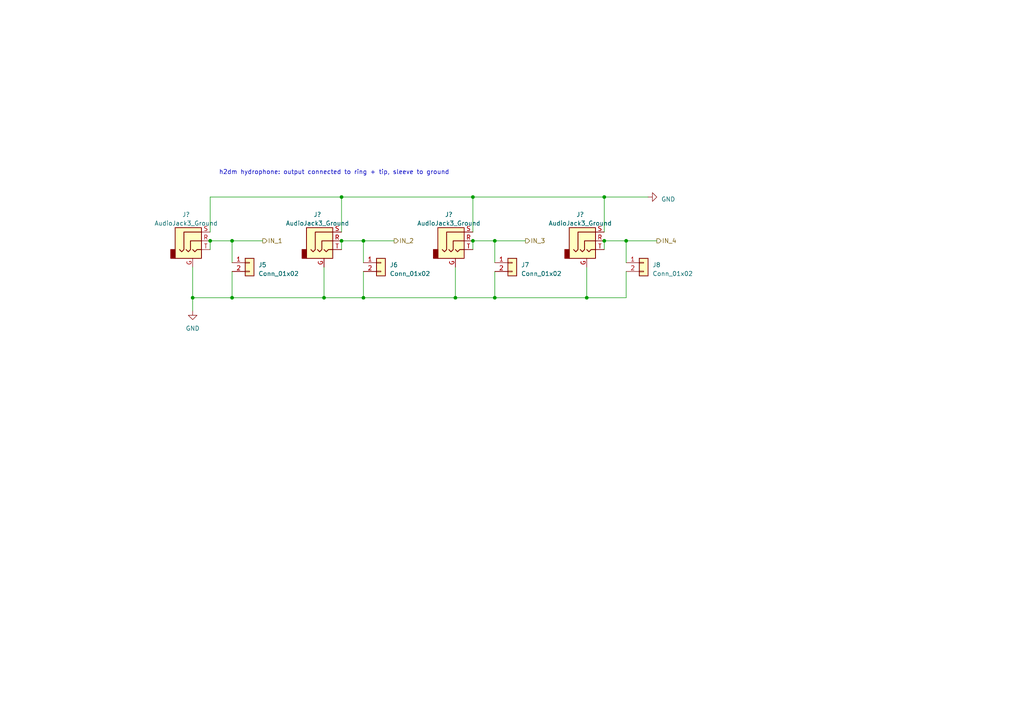
<source format=kicad_sch>
(kicad_sch (version 20230121) (generator eeschema)
  (paper "A4")
  (lib_symbols
    (symbol "Connector_Audio:AudioJack3_Ground"
      (property "Reference" "J" (at 0 8.89 0))
      (property "Value" "AudioJack3_Ground" (at 0 6.35 0))
      (symbol "AudioJack3_Ground_0_1"
        (rectangle (start -5.08 -2.54) (end -6.35 -5.08) (stroke (width 0.254)) (fill (type outline)))
        (polyline (pts (xy 0 -2.54) (xy 0.635 -3.175) (xy 1.27 -2.54) (xy 2.54 -2.54)) (stroke (width 0.254)))
        (polyline (pts (xy -1.905 -2.54) (xy -1.27 -3.175) (xy -0.635 -2.54) (xy -0.635 0) (xy 2.54 0)) (stroke (width 0.254)))
        (polyline (pts (xy 2.54 2.54) (xy -2.54 2.54) (xy -2.54 -2.54) (xy -3.175 -3.175) (xy -3.81 -2.54)) (stroke (width 0.254)))
        (rectangle (start 2.54 3.81) (end -5.08 -5.08) (stroke (width 0.254)) (fill (type background)))
      )
      (symbol "AudioJack3_Ground_1_1"
        (pin passive line (at 0 -7.62 90) (length 2.54) (name "~") (number "G"))
        (pin passive line (at 5.08 0 180) (length 2.54) (name "~") (number "R"))
        (pin passive line (at 5.08 2.54 180) (length 2.54) (name "~") (number "S"))
        (pin passive line (at 5.08 -2.54 180) (length 2.54) (name "~") (number "T"))
      )
    )
    (symbol "Connector_Generic:Conn_01x02" (pin_names (offset 1.016) hide)
      (property "Reference" "J" (at 0 2.54 0))
      (property "Value" "Conn_01x02" (at 0 -5.08 0))
      (symbol "Conn_01x02_1_1"
        (rectangle (start -1.27 -2.413) (end 0 -2.667) (stroke (width 0.1524)))
        (rectangle (start -1.27 0.127) (end 0 -0.127) (stroke (width 0.1524)))
        (rectangle (start -1.27 1.27) (end 1.27 -3.81) (stroke (width 0.254)) (fill (type background)))
        (pin passive line (at -5.08 0 0) (length 3.81) (name "Pin_1") (number "1"))
        (pin passive line (at -5.08 -2.54 0) (length 3.81) (name "Pin_2") (number "2"))
      )
    )
    (symbol "power:GND" (power) (pin_names (offset 0))
      (property "Value" "GND" (at 0 -3.81 0))
      (symbol "GND_0_1"
        (polyline (pts (xy 0 0) (xy 0 -1.27) (xy 1.27 -1.27) (xy 0 -2.54) (xy -1.27 -1.27) (xy 0 -1.27)))
      )
      (symbol "GND_1_1"
        (pin power_in line (at 0 0 270) (length 0) hide (name "GND") (number "1"))
      )
    )
  )
  (junction (at 93.98 86.36))
  (junction (at 55.88 86.36))
  (junction (at 67.31 86.36))
  (junction (at 175.26 57.15))
  (junction (at 67.31 69.85))
  (junction (at 99.06 57.15))
  (junction (at 99.06 69.85))
  (junction (at 175.26 69.85))
  (junction (at 170.18 86.36))
  (junction (at 137.16 69.85))
  (junction (at 143.51 69.85))
  (junction (at 181.61 69.85))
  (junction (at 105.41 69.85))
  (junction (at 137.16 57.15))
  (junction (at 132.08 86.36))
  (junction (at 60.96 69.85))
  (junction (at 105.41 86.36))
  (junction (at 143.51 86.36))
  (wire (pts (xy 143.51 86.36) (xy 132.08 86.36)))
  (wire (pts (xy 105.41 69.85) (xy 105.41 76.2)))
  (wire (pts (xy 105.41 86.36) (xy 93.98 86.36)))
  (wire (pts (xy 67.31 78.74) (xy 67.31 86.36)))
  (wire (pts (xy 55.88 86.36) (xy 55.88 90.17)))
  (wire (pts (xy 170.18 77.47) (xy 170.18 86.36)))
  (wire (pts (xy 60.96 69.85) (xy 67.31 69.85)))
  (wire (pts (xy 60.96 57.15) (xy 99.06 57.15)))
  (wire (pts (xy 175.26 69.85) (xy 181.61 69.85)))
  (wire (pts (xy 137.16 69.85) (xy 143.51 69.85)))
  (wire (pts (xy 105.41 69.85) (xy 114.3 69.85)))
  (wire (pts (xy 143.51 69.85) (xy 143.51 76.2)))
  (wire (pts (xy 143.51 78.74) (xy 143.51 86.36)))
  (wire (pts (xy 137.16 67.31) (xy 137.16 57.15)))
  (wire (pts (xy 175.26 67.31) (xy 175.26 57.15)))
  (wire (pts (xy 67.31 86.36) (xy 93.98 86.36)))
  (wire (pts (xy 99.06 69.85) (xy 105.41 69.85)))
  (wire (pts (xy 170.18 86.36) (xy 143.51 86.36)))
  (wire (pts (xy 99.06 69.85) (xy 99.06 72.39)))
  (wire (pts (xy 60.96 69.85) (xy 60.96 72.39)))
  (wire (pts (xy 175.26 69.85) (xy 175.26 72.39)))
  (wire (pts (xy 137.16 57.15) (xy 175.26 57.15)))
  (wire (pts (xy 99.06 57.15) (xy 137.16 57.15)))
  (wire (pts (xy 143.51 69.85) (xy 152.4 69.85)))
  (wire (pts (xy 181.61 69.85) (xy 181.61 76.2)))
  (wire (pts (xy 137.16 69.85) (xy 137.16 72.39)))
  (wire (pts (xy 93.98 77.47) (xy 93.98 86.36)))
  (wire (pts (xy 132.08 77.47) (xy 132.08 86.36)))
  (wire (pts (xy 99.06 57.15) (xy 99.06 67.31)))
  (wire (pts (xy 105.41 78.74) (xy 105.41 86.36)))
  (wire (pts (xy 181.61 78.74) (xy 181.61 86.36)))
  (wire (pts (xy 55.88 77.47) (xy 55.88 86.36)))
  (wire (pts (xy 132.08 86.36) (xy 105.41 86.36)))
  (wire (pts (xy 67.31 69.85) (xy 67.31 76.2)))
  (wire (pts (xy 181.61 69.85) (xy 190.5 69.85)))
  (wire (pts (xy 175.26 57.15) (xy 187.96 57.15)))
  (wire (pts (xy 55.88 86.36) (xy 67.31 86.36)))
  (wire (pts (xy 67.31 69.85) (xy 76.2 69.85)))
  (wire (pts (xy 60.96 67.31) (xy 60.96 57.15)))
  (wire (pts (xy 181.61 86.36) (xy 170.18 86.36)))
  (text "h2dm hydrophone: output connected to ring + tip, sleeve to ground" (at 63.5 50.8 0) (effects (font (size 1.27 1.27)) (justify left bottom)))
  (hierarchical_label "IN_2" (shape output) (at 114.3 69.85 0))
  (hierarchical_label "IN_3" (shape output) (at 152.4 69.85 0))
  (hierarchical_label "IN_1" (shape output) (at 76.2 69.85 0))
  (hierarchical_label "IN_4" (shape output) (at 190.5 69.85 0))
  (symbol (lib_id "Connector_Audio:AudioJack3_Ground") (at 55.88 69.85 0) (unit 1)
    (property "Reference" "J?" (at 53.975 62.23 0))
    (property "Value" "AudioJack3_Ground" (at 53.975 64.77 0))
    (property "Footprint" "Connector_Audio:Jack_3.5mm_CUI_SJ-3524-SMT_Horizontal" (effects hide))
    (instances (project "hydrophone board" (path "" (reference "J?") (unit 1)) (path "" (reference "J1") (unit 1))))
  )
  (symbol (lib_id "Connector_Generic:Conn_01x02") (at 110.49 76.2 0) (unit 1)
    (property "Reference" "J6" (at 113.03 76.835 0) (effects (justify left)))
    (property "Value" "Conn_01x02" (at 113.03 79.375 0) (effects (justify left)))
    (property "Footprint" "Connector_PinHeader_2.54mm:PinHeader_1x02_P2.54mm_Vertical" (effects hide))
  )
  (symbol (lib_id "Connector_Generic:Conn_01x02") (at 72.39 76.2 0) (unit 1)
    (property "Reference" "J5" (at 74.93 76.835 0) (effects (justify left)))
    (property "Value" "Conn_01x02" (at 74.93 79.375 0) (effects (justify left)))
    (property "Footprint" "Connector_PinHeader_2.54mm:PinHeader_1x02_P2.54mm_Vertical" (effects hide))
  )
  (symbol (lib_id "Connector_Audio:AudioJack3_Ground") (at 93.98 69.85 0) (unit 1)
    (property "Reference" "J?" (at 92.075 62.23 0))
    (property "Value" "AudioJack3_Ground" (at 92.075 64.77 0))
    (property "Footprint" "Connector_Audio:Jack_3.5mm_CUI_SJ-3524-SMT_Horizontal" (effects hide))
    (instances (project "hydrophone board" (path "" (reference "J?") (unit 1)) (path "" (reference "J2") (unit 1))))
  )
  (symbol (lib_id "Connector_Generic:Conn_01x02") (at 148.59 76.2 0) (unit 1)
    (property "Reference" "J7" (at 151.13 76.835 0) (effects (justify left)))
    (property "Value" "Conn_01x02" (at 151.13 79.375 0) (effects (justify left)))
    (property "Footprint" "Connector_PinHeader_2.54mm:PinHeader_1x02_P2.54mm_Vertical" (effects hide))
  )
  (symbol (lib_id "Connector_Audio:AudioJack3_Ground") (at 132.08 69.85 0) (unit 1)
    (property "Reference" "J?" (at 130.175 62.23 0))
    (property "Value" "AudioJack3_Ground" (at 130.175 64.77 0))
    (property "Footprint" "Connector_Audio:Jack_3.5mm_CUI_SJ-3524-SMT_Horizontal" (effects hide))
    (instances (project "hydrophone board" (path "" (reference "J?") (unit 1)) (path "" (reference "J3") (unit 1))))
  )
  (symbol (lib_id "power:GND") (at 187.96 57.15 90) (unit 1)
    (property "Reference" "#PWR01" (effects hide))
    (property "Value" "GND" (at 191.77 57.785 90) (effects (justify right)))
  )
  (symbol (lib_id "Connector_Audio:AudioJack3_Ground") (at 170.18 69.85 0) (unit 1)
    (property "Reference" "J?" (at 168.275 62.23 0))
    (property "Value" "AudioJack3_Ground" (at 168.275 64.77 0))
    (property "Footprint" "Connector_Audio:Jack_3.5mm_CUI_SJ-3524-SMT_Horizontal" (effects hide))
    (instances (project "hydrophone board" (path "" (reference "J?") (unit 1)) (path "" (reference "J4") (unit 1))))
  )
  (symbol (lib_id "Connector_Generic:Conn_01x02") (at 186.69 76.2 0) (unit 1)
    (property "Reference" "J8" (at 189.23 76.835 0) (effects (justify left)))
    (property "Value" "Conn_01x02" (at 189.23 79.375 0) (effects (justify left)))
    (property "Footprint" "Connector_PinHeader_2.54mm:PinHeader_1x02_P2.54mm_Vertical" (effects hide))
  )
  (symbol (lib_id "power:GND") (at 55.88 90.17 0) (unit 1)
    (property "Reference" "#PWR02" (effects hide))
    (property "Value" "GND" (at 55.88 95.25 0))
  )
)
</source>
